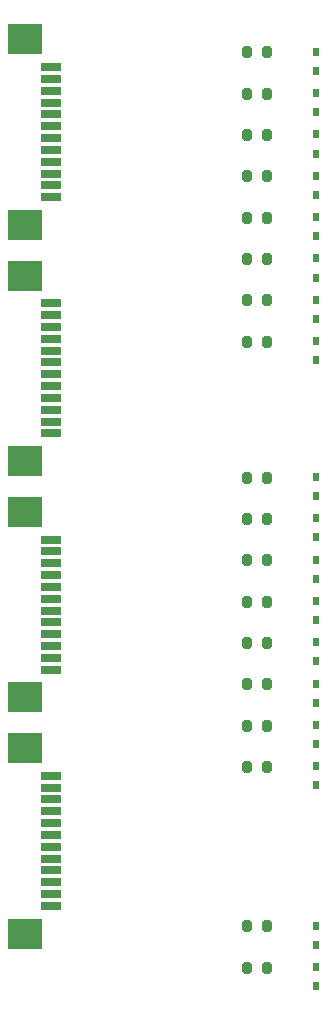
<source format=gbr>
%TF.GenerationSoftware,KiCad,Pcbnew,9.0.0*%
%TF.CreationDate,2025-03-09T10:14:36+03:00*%
%TF.ProjectId,PM_LED-18,504d5f4c-4544-42d3-9138-2e6b69636164,rev?*%
%TF.SameCoordinates,Original*%
%TF.FileFunction,Paste,Top*%
%TF.FilePolarity,Positive*%
%FSLAX46Y46*%
G04 Gerber Fmt 4.6, Leading zero omitted, Abs format (unit mm)*
G04 Created by KiCad (PCBNEW 9.0.0) date 2025-03-09 10:14:36*
%MOMM*%
%LPD*%
G01*
G04 APERTURE LIST*
G04 Aperture macros list*
%AMRoundRect*
0 Rectangle with rounded corners*
0 $1 Rounding radius*
0 $2 $3 $4 $5 $6 $7 $8 $9 X,Y pos of 4 corners*
0 Add a 4 corners polygon primitive as box body*
4,1,4,$2,$3,$4,$5,$6,$7,$8,$9,$2,$3,0*
0 Add four circle primitives for the rounded corners*
1,1,$1+$1,$2,$3*
1,1,$1+$1,$4,$5*
1,1,$1+$1,$6,$7*
1,1,$1+$1,$8,$9*
0 Add four rect primitives between the rounded corners*
20,1,$1+$1,$2,$3,$4,$5,0*
20,1,$1+$1,$4,$5,$6,$7,0*
20,1,$1+$1,$6,$7,$8,$9,0*
20,1,$1+$1,$8,$9,$2,$3,0*%
G04 Aperture macros list end*
%ADD10RoundRect,0.200000X-0.200000X-0.275000X0.200000X-0.275000X0.200000X0.275000X-0.200000X0.275000X0*%
%ADD11R,0.480000X0.770000*%
%ADD12R,1.803400X0.635000*%
%ADD13R,2.997200X2.590800*%
G04 APERTURE END LIST*
D10*
%TO.C,R5*%
X8175000Y22750000D03*
X9825000Y22750000D03*
%TD*%
D11*
%TO.C,D12*%
X14000000Y-11315000D03*
X14000000Y-9685000D03*
%TD*%
D10*
%TO.C,R10*%
X8175000Y-2750000D03*
X9825000Y-2750000D03*
%TD*%
D11*
%TO.C,D2*%
X14000000Y31685000D03*
X14000000Y33315000D03*
%TD*%
%TO.C,D3*%
X14000000Y28185000D03*
X14000000Y29815000D03*
%TD*%
D10*
%TO.C,R9*%
X8175000Y750000D03*
X9825000Y750000D03*
%TD*%
%TO.C,R3*%
X8175000Y29750000D03*
X9825000Y29750000D03*
%TD*%
%TO.C,R4*%
X8175000Y26250000D03*
X9825000Y26250000D03*
%TD*%
D12*
%TO.C,J1*%
X-8444000Y35499992D03*
X-8444000Y34499994D03*
X-8444000Y33499996D03*
X-8444000Y32499998D03*
X-8444000Y31500000D03*
X-8444000Y30500000D03*
X-8444000Y29500000D03*
X-8444000Y28500000D03*
X-8444000Y27500002D03*
X-8444000Y26500004D03*
X-8444000Y25500006D03*
X-8444000Y24500008D03*
D13*
X-10614001Y37850003D03*
X-10614001Y22149997D03*
%TD*%
D10*
%TO.C,R12*%
X8175000Y-9750000D03*
X9825000Y-9750000D03*
%TD*%
D11*
%TO.C,D10*%
X14000000Y-4315000D03*
X14000000Y-2685000D03*
%TD*%
D10*
%TO.C,R14*%
X8175000Y-16750000D03*
X9825000Y-16750000D03*
%TD*%
D11*
%TO.C,D8*%
X14000000Y10685000D03*
X14000000Y12315000D03*
%TD*%
%TO.C,D17*%
X14000000Y-38815000D03*
X14000000Y-37185000D03*
%TD*%
D10*
%TO.C,R17*%
X8175000Y-37250000D03*
X9825000Y-37250000D03*
%TD*%
D11*
%TO.C,D9*%
X14000000Y-815000D03*
X14000000Y815000D03*
%TD*%
D10*
%TO.C,R7*%
X8175000Y15750000D03*
X9825000Y15750000D03*
%TD*%
%TO.C,R18*%
X8175000Y-40750000D03*
X9825000Y-40750000D03*
%TD*%
%TO.C,R15*%
X8175000Y-20250000D03*
X9825000Y-20250000D03*
%TD*%
%TO.C,R16*%
X8175000Y-23750000D03*
X9825000Y-23750000D03*
%TD*%
D11*
%TO.C,D11*%
X14000000Y-7815000D03*
X14000000Y-6185000D03*
%TD*%
%TO.C,D7*%
X14000000Y14185000D03*
X14000000Y15815000D03*
%TD*%
%TO.C,D1*%
X14000000Y35185000D03*
X14000000Y36815000D03*
%TD*%
%TO.C,D4*%
X14000000Y24685000D03*
X14000000Y26315000D03*
%TD*%
D10*
%TO.C,R8*%
X8175000Y12250000D03*
X9825000Y12250000D03*
%TD*%
D11*
%TO.C,D16*%
X14000000Y-25315000D03*
X14000000Y-23685000D03*
%TD*%
D10*
%TO.C,R11*%
X8175000Y-6250000D03*
X9825000Y-6250000D03*
%TD*%
%TO.C,R6*%
X8175000Y19250000D03*
X9825000Y19250000D03*
%TD*%
%TO.C,R13*%
X8175000Y-13250000D03*
X9825000Y-13250000D03*
%TD*%
D11*
%TO.C,D15*%
X14000000Y-21815000D03*
X14000000Y-20185000D03*
%TD*%
D12*
%TO.C,J3*%
X-8444000Y-4500008D03*
X-8444000Y-5500006D03*
X-8444000Y-6500004D03*
X-8444000Y-7500002D03*
X-8444000Y-8500000D03*
X-8444000Y-9500000D03*
X-8444000Y-10500000D03*
X-8444000Y-11500000D03*
X-8444000Y-12499998D03*
X-8444000Y-13499996D03*
X-8444000Y-14499994D03*
X-8444000Y-15499992D03*
D13*
X-10614001Y-2149997D03*
X-10614001Y-17850003D03*
%TD*%
D10*
%TO.C,R1*%
X8175000Y36750000D03*
X9825000Y36750000D03*
%TD*%
D11*
%TO.C,D18*%
X14000000Y-42315000D03*
X14000000Y-40685000D03*
%TD*%
D10*
%TO.C,R2*%
X8175000Y33250000D03*
X9825000Y33250000D03*
%TD*%
D12*
%TO.C,J2*%
X-8444000Y15499992D03*
X-8444000Y14499994D03*
X-8444000Y13499996D03*
X-8444000Y12499998D03*
X-8444000Y11500000D03*
X-8444000Y10500000D03*
X-8444000Y9500000D03*
X-8444000Y8500000D03*
X-8444000Y7500002D03*
X-8444000Y6500004D03*
X-8444000Y5500006D03*
X-8444000Y4500008D03*
D13*
X-10614001Y17850003D03*
X-10614001Y2149997D03*
%TD*%
D11*
%TO.C,D14*%
X14000000Y-18315000D03*
X14000000Y-16685000D03*
%TD*%
%TO.C,D6*%
X14000000Y17685000D03*
X14000000Y19315000D03*
%TD*%
D12*
%TO.C,J4*%
X-8444000Y-24500008D03*
X-8444000Y-25500006D03*
X-8444000Y-26500004D03*
X-8444000Y-27500002D03*
X-8444000Y-28500000D03*
X-8444000Y-29500000D03*
X-8444000Y-30500000D03*
X-8444000Y-31500000D03*
X-8444000Y-32499998D03*
X-8444000Y-33499996D03*
X-8444000Y-34499994D03*
X-8444000Y-35499992D03*
D13*
X-10614001Y-22149997D03*
X-10614001Y-37850003D03*
%TD*%
D11*
%TO.C,D13*%
X14000000Y-14815000D03*
X14000000Y-13185000D03*
%TD*%
%TO.C,D5*%
X14000000Y21185000D03*
X14000000Y22815000D03*
%TD*%
M02*

</source>
